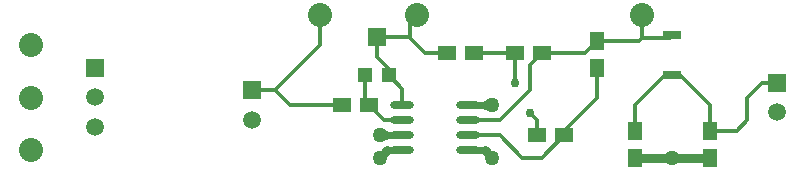
<source format=gbr>
G04 DipTrace 3.3.1.3*
G04 Top.gbr*
%MOIN*%
G04 #@! TF.FileFunction,Copper,L1,Top*
G04 #@! TF.Part,Single*
G04 #@! TA.AperFunction,Conductor*
%ADD14C,0.024*%
G04 #@! TA.AperFunction,ViaPad*
%ADD15C,0.03*%
G04 #@! TA.AperFunction,Conductor*
%ADD16C,0.013*%
G04 #@! TA.AperFunction,ComponentPad*
%ADD19C,0.08*%
%ADD21R,0.06X0.05*%
%ADD22R,0.05X0.06*%
%ADD25R,0.062992X0.031496*%
G04 #@! TA.AperFunction,ComponentPad*
%ADD27R,0.05937X0.05937*%
%ADD28C,0.05937*%
%ADD31R,0.047244X0.047244*%
%ADD32R,0.062992X0.059055*%
%ADD34O,0.08X0.024*%
G04 #@! TA.AperFunction,ViaPad*
%ADD35C,0.05*%
%FSLAX26Y26*%
G04*
G70*
G90*
G75*
G01*
G04 Top*
%LPD*%
X1620000Y450000D2*
D14*
X1675000D1*
D15*
X1700000D1*
X1400000Y300000D2*
D14*
X1350000D1*
D15*
X1325000Y275000D1*
X1620000Y300000D2*
D14*
X1675000D1*
D15*
X1700000Y275000D1*
X1325000Y350000D2*
X1345000D1*
D14*
X1400000D1*
X2175000Y275000D2*
D15*
X2300000D1*
X2425000D1*
X900000Y500000D2*
D16*
X975000D1*
X1025000Y450000D1*
X1200000D1*
X975000Y500000D2*
X1125000Y650000D1*
Y750000D1*
X1400000Y400000D2*
X1340000D1*
X1290000Y450000D1*
X1275000Y550000D2*
Y465000D1*
X1290000Y450000D1*
X1400000D2*
Y503780D1*
X1353740Y550039D1*
Y571260D1*
X1314370Y610630D1*
Y676772D1*
X1423228D1*
X1424690Y675310D1*
X1475000Y625000D1*
X1550000D1*
X1424690Y675310D2*
Y724690D1*
X1450000Y750000D1*
X1640000Y625000D2*
X1775000D1*
X1850000Y350000D2*
Y400000D1*
X1825000Y425000D1*
X1775000Y525000D2*
Y625000D1*
X1620000Y350000D2*
X1725000D1*
X1800000Y275000D1*
X1865000D1*
X1940000Y350000D1*
Y365000D1*
X2050000Y475000D1*
Y575000D1*
X1620000Y400000D2*
X1725000D1*
X1825000Y500000D1*
Y585000D1*
X1865000Y625000D1*
X2010000D1*
X2050000Y665000D1*
X2190000D1*
X2200000Y675000D1*
X2291142D1*
X2300000Y683858D1*
X2200000Y675000D2*
Y750000D1*
X2175000Y365000D2*
Y450000D1*
X2275000Y550000D1*
X2300000D1*
X2325000D1*
X2425000Y450000D1*
Y365000D1*
X2515000D1*
X2550000Y400000D1*
Y475000D1*
X2600000Y525000D1*
X2650000D1*
D35*
X1325000Y275000D3*
Y350000D3*
X1700000Y450000D3*
Y275000D3*
D15*
X1775000Y525000D3*
X1825000Y425000D3*
D35*
X2300000Y275000D3*
D19*
X162500Y300000D3*
X2200000Y750000D3*
D21*
X1850000Y350000D3*
X1940000D3*
X1775000Y625000D3*
X1865000D3*
D22*
X2175000Y275000D3*
Y365000D3*
D25*
X2300000Y550000D3*
Y683858D3*
D19*
X1450000Y750000D3*
X162500Y475000D3*
D27*
X900000Y500000D3*
D28*
Y401575D3*
D27*
X2650000Y525000D3*
D28*
Y426575D3*
D27*
X375000Y575000D3*
D28*
Y476575D3*
Y378150D3*
D21*
X1200000Y450000D3*
X1290000D3*
D31*
X1275000Y550000D3*
D32*
X1314370Y676772D3*
D31*
X1353740Y550040D3*
D21*
X1550000Y625000D3*
X1640000D3*
D22*
X2050000Y575000D3*
Y665000D3*
X2425000Y275000D3*
Y365000D3*
D34*
X1400000Y300000D3*
X1620000Y450000D3*
Y400000D3*
Y350000D3*
Y300000D3*
X1400000Y350000D3*
Y400000D3*
Y450000D3*
D19*
X1125000Y750000D3*
X162500Y650000D3*
M02*

</source>
